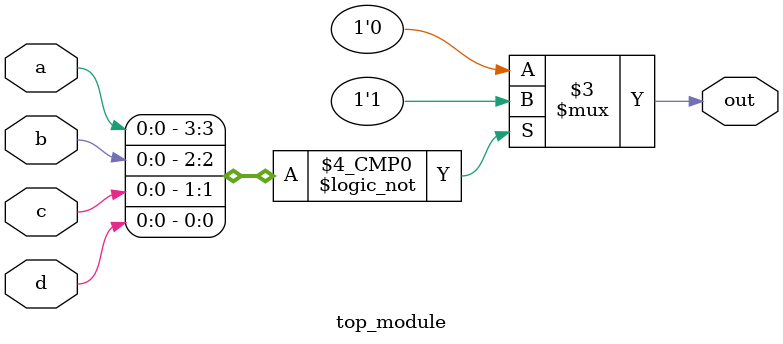
<source format=sv>
module top_module (
	input a, 
	input b,
	input c,
	input d,
	output reg out
);

	always @* begin
		case ({a,b,c,d})
			4'b0000: out = 1'b1;
			default: out = 1'b0;
		endcase
	end

endmodule

</source>
